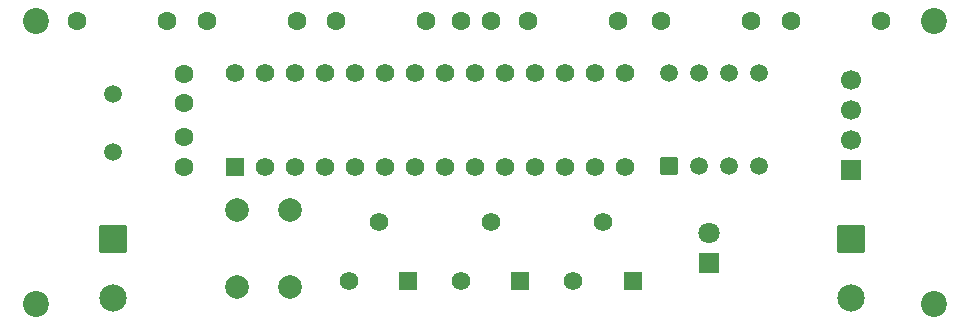
<source format=gbr>
%TF.GenerationSoftware,KiCad,Pcbnew,9.0.3*%
%TF.CreationDate,2025-07-27T16:15:48+02:00*%
%TF.ProjectId,Main Board,4d61696e-2042-46f6-9172-642e6b696361,rev?*%
%TF.SameCoordinates,Original*%
%TF.FileFunction,Soldermask,Top*%
%TF.FilePolarity,Negative*%
%FSLAX46Y46*%
G04 Gerber Fmt 4.6, Leading zero omitted, Abs format (unit mm)*
G04 Created by KiCad (PCBNEW 9.0.3) date 2025-07-27 16:15:48*
%MOMM*%
%LPD*%
G01*
G04 APERTURE LIST*
G04 Aperture macros list*
%AMRoundRect*
0 Rectangle with rounded corners*
0 $1 Rounding radius*
0 $2 $3 $4 $5 $6 $7 $8 $9 X,Y pos of 4 corners*
0 Add a 4 corners polygon primitive as box body*
4,1,4,$2,$3,$4,$5,$6,$7,$8,$9,$2,$3,0*
0 Add four circle primitives for the rounded corners*
1,1,$1+$1,$2,$3*
1,1,$1+$1,$4,$5*
1,1,$1+$1,$6,$7*
1,1,$1+$1,$8,$9*
0 Add four rect primitives between the rounded corners*
20,1,$1+$1,$2,$3,$4,$5,0*
20,1,$1+$1,$4,$5,$6,$7,0*
20,1,$1+$1,$6,$7,$8,$9,0*
20,1,$1+$1,$8,$9,$2,$3,0*%
G04 Aperture macros list end*
%ADD10RoundRect,0.102000X0.679000X-0.679000X0.679000X0.679000X-0.679000X0.679000X-0.679000X-0.679000X0*%
%ADD11C,1.562000*%
%ADD12RoundRect,0.102000X0.654000X-0.654000X0.654000X0.654000X-0.654000X0.654000X-0.654000X-0.654000X0*%
%ADD13C,1.512000*%
%ADD14RoundRect,0.102000X-1.050000X1.050000X-1.050000X-1.050000X1.050000X-1.050000X1.050000X1.050000X0*%
%ADD15C,2.304000*%
%ADD16C,2.200000*%
%ADD17R,1.560000X1.560000*%
%ADD18C,1.560000*%
%ADD19C,1.600000*%
%ADD20R,1.800000X1.800000*%
%ADD21C,1.800000*%
%ADD22R,1.700000X1.700000*%
%ADD23C,1.700000*%
%ADD24C,2.000000*%
%ADD25C,1.500000*%
G04 APERTURE END LIST*
D10*
%TO.C,ATM1*%
X112368474Y-93836910D03*
D11*
X114908474Y-93836910D03*
X117448474Y-93836910D03*
X119988474Y-93836910D03*
X122528474Y-93836910D03*
X125068474Y-93836910D03*
X127608474Y-93836910D03*
X130148474Y-93836910D03*
X132688474Y-93836910D03*
X135228474Y-93836910D03*
X137768474Y-93836910D03*
X140308474Y-93836910D03*
X142848474Y-93836910D03*
X145388474Y-93836910D03*
X145388474Y-85916910D03*
X142848474Y-85916910D03*
X140308474Y-85916910D03*
X137768474Y-85916910D03*
X135228474Y-85916910D03*
X132688474Y-85916910D03*
X130148474Y-85916910D03*
X127608474Y-85916910D03*
X125068474Y-85916910D03*
X122528474Y-85916910D03*
X119988474Y-85916910D03*
X117448474Y-85916910D03*
X114908474Y-85916910D03*
X112368474Y-85916910D03*
%TD*%
D12*
%TO.C,U2*%
X149073392Y-93781304D03*
D13*
X151613392Y-93781304D03*
X154153392Y-93781304D03*
X156693392Y-93781304D03*
X156693392Y-85911304D03*
X154153392Y-85911304D03*
X151613392Y-85911304D03*
X149073392Y-85911304D03*
%TD*%
D14*
%TO.C,J2*%
X164500000Y-100000000D03*
D15*
X164500000Y-105000000D03*
%TD*%
D14*
%TO.C,J1*%
X102000000Y-100000000D03*
D15*
X102000000Y-105000000D03*
%TD*%
D16*
%TO.C,REF\u002A\u002A*%
X95500000Y-81500000D03*
%TD*%
%TO.C,REF\u002A\u002A*%
X95500000Y-105500000D03*
%TD*%
%TO.C,REF\u002A\u002A*%
X171500000Y-105500000D03*
%TD*%
%TO.C,REF\u002A\u002A*%
X171500000Y-81500000D03*
%TD*%
D17*
%TO.C,RV3*%
X127000000Y-103500000D03*
D18*
X124500000Y-98500000D03*
X122000000Y-103500000D03*
%TD*%
D19*
%TO.C,R3*%
X128500000Y-81500000D03*
X120880000Y-81500000D03*
%TD*%
D20*
%TO.C,D1*%
X152500000Y-102040000D03*
D21*
X152500000Y-99500000D03*
%TD*%
D19*
%TO.C,R4*%
X137190000Y-81500000D03*
X144810000Y-81500000D03*
%TD*%
%TO.C,C1*%
X108000000Y-91377766D03*
X108000000Y-93877766D03*
%TD*%
%TO.C,R2*%
X117620000Y-81500000D03*
X110000000Y-81500000D03*
%TD*%
D22*
%TO.C,U1*%
X164500000Y-94120000D03*
D23*
X164500000Y-91580000D03*
X164500000Y-89040000D03*
X164500000Y-86500000D03*
%TD*%
D19*
%TO.C,C2*%
X108000000Y-86000000D03*
X108000000Y-88500000D03*
%TD*%
D24*
%TO.C,SW1*%
X112500000Y-104000000D03*
X112500000Y-97500000D03*
X117000000Y-104000000D03*
X117000000Y-97500000D03*
%TD*%
D19*
%TO.C,R5*%
X156000000Y-81500000D03*
X148380000Y-81500000D03*
%TD*%
D25*
%TO.C,Y1*%
X101999999Y-92616745D03*
X101999999Y-87736745D03*
%TD*%
D17*
%TO.C,RV2*%
X136500000Y-103500000D03*
D18*
X134000000Y-98500000D03*
X131500000Y-103500000D03*
%TD*%
D17*
%TO.C,RV1*%
X146000000Y-103500000D03*
D18*
X143500000Y-98500000D03*
X141000000Y-103500000D03*
%TD*%
D19*
%TO.C,R6*%
X159380000Y-81500000D03*
X167000000Y-81500000D03*
%TD*%
%TO.C,C3*%
X134000000Y-81500000D03*
X131500000Y-81500000D03*
%TD*%
%TO.C,R1*%
X106620000Y-81500000D03*
X99000000Y-81500000D03*
%TD*%
M02*

</source>
